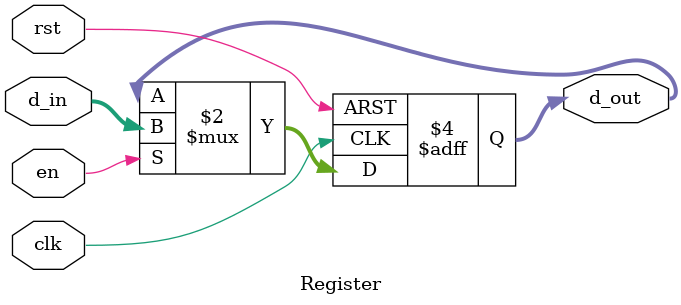
<source format=v>
`timescale 1ns / 1ps


module Register (
    input wire clk,
    input wire rst,
    input wire en,
    input wire [7:0] d_in,
    output reg [7:0] d_out
);
    always @(posedge clk or posedge rst) begin
        if (rst)
            d_out <= 8'd0;
        else if (en)
            d_out <= d_in;
    end
endmodule


</source>
